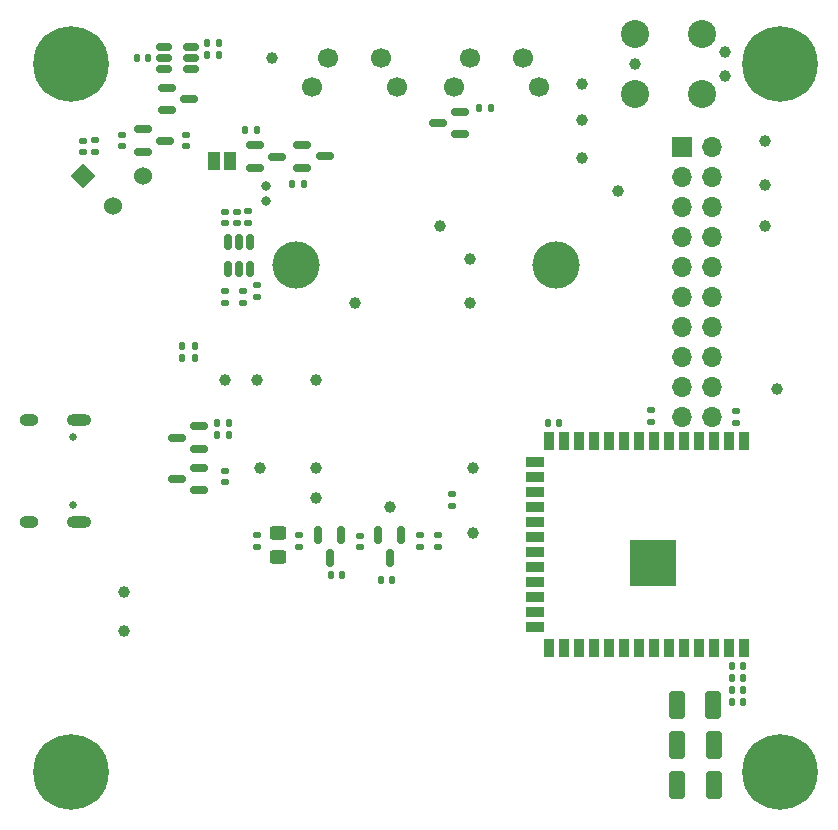
<source format=gbs>
%TF.GenerationSoftware,KiCad,Pcbnew,(7.0.0)*%
%TF.CreationDate,2023-03-19T17:01:15-07:00*%
%TF.ProjectId,ai-camera-rev2,61692d63-616d-4657-9261-2d726576322e,rev2*%
%TF.SameCoordinates,PX5a995c0PY2aea540*%
%TF.FileFunction,Soldermask,Bot*%
%TF.FilePolarity,Negative*%
%FSLAX46Y46*%
G04 Gerber Fmt 4.6, Leading zero omitted, Abs format (unit mm)*
G04 Created by KiCad (PCBNEW (7.0.0)) date 2023-03-19 17:01:15*
%MOMM*%
%LPD*%
G01*
G04 APERTURE LIST*
G04 Aperture macros list*
%AMRoundRect*
0 Rectangle with rounded corners*
0 $1 Rounding radius*
0 $2 $3 $4 $5 $6 $7 $8 $9 X,Y pos of 4 corners*
0 Add a 4 corners polygon primitive as box body*
4,1,4,$2,$3,$4,$5,$6,$7,$8,$9,$2,$3,0*
0 Add four circle primitives for the rounded corners*
1,1,$1+$1,$2,$3*
1,1,$1+$1,$4,$5*
1,1,$1+$1,$6,$7*
1,1,$1+$1,$8,$9*
0 Add four rect primitives between the rounded corners*
20,1,$1+$1,$2,$3,$4,$5,0*
20,1,$1+$1,$4,$5,$6,$7,0*
20,1,$1+$1,$6,$7,$8,$9,0*
20,1,$1+$1,$8,$9,$2,$3,0*%
%AMRotRect*
0 Rectangle, with rotation*
0 The origin of the aperture is its center*
0 $1 length*
0 $2 width*
0 $3 Rotation angle, in degrees counterclockwise*
0 Add horizontal line*
21,1,$1,$2,0,0,$3*%
G04 Aperture macros list end*
%ADD10C,3.600000*%
%ADD11C,6.400000*%
%ADD12C,4.000000*%
%ADD13C,1.700000*%
%ADD14C,0.800000*%
%ADD15RotRect,1.524000X1.524000X45.000000*%
%ADD16C,1.524000*%
%ADD17R,1.700000X1.700000*%
%ADD18O,1.700000X1.700000*%
%ADD19C,0.650000*%
%ADD20O,2.100000X1.000000*%
%ADD21O,1.600000X1.000000*%
%ADD22C,2.374900*%
%ADD23C,0.990600*%
%ADD24RoundRect,0.150000X-0.587500X-0.150000X0.587500X-0.150000X0.587500X0.150000X-0.587500X0.150000X0*%
%ADD25RoundRect,0.250000X0.412500X0.925000X-0.412500X0.925000X-0.412500X-0.925000X0.412500X-0.925000X0*%
%ADD26C,1.000000*%
%ADD27RoundRect,0.135000X0.135000X0.185000X-0.135000X0.185000X-0.135000X-0.185000X0.135000X-0.185000X0*%
%ADD28RoundRect,0.140000X0.170000X-0.140000X0.170000X0.140000X-0.170000X0.140000X-0.170000X-0.140000X0*%
%ADD29R,0.900000X1.500000*%
%ADD30R,1.500000X0.900000*%
%ADD31C,0.600000*%
%ADD32R,3.900000X3.900000*%
%ADD33RoundRect,0.135000X-0.185000X0.135000X-0.185000X-0.135000X0.185000X-0.135000X0.185000X0.135000X0*%
%ADD34RoundRect,0.140000X-0.140000X-0.170000X0.140000X-0.170000X0.140000X0.170000X-0.140000X0.170000X0*%
%ADD35RoundRect,0.150000X0.587500X0.150000X-0.587500X0.150000X-0.587500X-0.150000X0.587500X-0.150000X0*%
%ADD36RoundRect,0.140000X-0.170000X0.140000X-0.170000X-0.140000X0.170000X-0.140000X0.170000X0.140000X0*%
%ADD37RoundRect,0.140000X0.140000X0.170000X-0.140000X0.170000X-0.140000X-0.170000X0.140000X-0.170000X0*%
%ADD38RoundRect,0.150000X-0.150000X0.587500X-0.150000X-0.587500X0.150000X-0.587500X0.150000X0.587500X0*%
%ADD39RoundRect,0.135000X-0.135000X-0.185000X0.135000X-0.185000X0.135000X0.185000X-0.135000X0.185000X0*%
%ADD40R,1.000000X1.500000*%
%ADD41RoundRect,0.150000X0.512500X0.150000X-0.512500X0.150000X-0.512500X-0.150000X0.512500X-0.150000X0*%
%ADD42RoundRect,0.135000X0.185000X-0.135000X0.185000X0.135000X-0.185000X0.135000X-0.185000X-0.135000X0*%
%ADD43RoundRect,0.150000X-0.150000X0.512500X-0.150000X-0.512500X0.150000X-0.512500X0.150000X0.512500X0*%
%ADD44RoundRect,0.250000X0.450000X-0.325000X0.450000X0.325000X-0.450000X0.325000X-0.450000X-0.325000X0*%
G04 APERTURE END LIST*
D10*
X5000000Y-65000000D03*
D11*
X5000000Y-65000000D03*
D10*
X5000000Y-5000000D03*
D11*
X5000000Y-5000000D03*
D12*
X24000000Y-22000000D03*
X46000000Y-22000000D03*
D13*
X44600000Y-7000000D03*
X37400000Y-7000000D03*
X43250000Y-4500000D03*
X38750000Y-4500000D03*
X32600000Y-7000000D03*
X25400000Y-7000000D03*
X31250000Y-4500000D03*
X26750000Y-4500000D03*
D14*
X21500000Y-16625000D03*
X21500000Y-15375000D03*
D15*
X5959999Y-14499999D03*
D16*
X8500000Y-17040000D03*
X11040000Y-14500000D03*
D10*
X65000000Y-5000000D03*
D11*
X65000000Y-5000000D03*
D17*
X56724999Y-12074999D03*
D18*
X59264999Y-12074999D03*
X56724999Y-14614999D03*
X59264999Y-14614999D03*
X56724999Y-17154999D03*
X59264999Y-17154999D03*
X56724999Y-19694999D03*
X59264999Y-19694999D03*
X56724999Y-22234999D03*
X59264999Y-22234999D03*
X56724999Y-24774999D03*
X59264999Y-24774999D03*
X56724999Y-27314999D03*
X59264999Y-27314999D03*
X56724999Y-29854999D03*
X59264999Y-29854999D03*
X56724999Y-32394999D03*
X59264999Y-32394999D03*
X56724999Y-34934999D03*
X59264999Y-34934999D03*
D19*
X5100000Y-36610000D03*
X5100000Y-42390000D03*
D20*
X5629999Y-35179999D03*
D21*
X1449999Y-35179999D03*
D20*
X5629999Y-43819999D03*
D21*
X1449999Y-43819999D03*
D10*
X65000000Y-65000000D03*
D11*
X65000000Y-65000000D03*
D22*
X52690000Y-2460000D03*
D23*
X52690000Y-5000000D03*
D22*
X52690000Y-7540000D03*
X58405000Y-2460000D03*
X58405000Y-7540000D03*
D23*
X60310000Y-3984000D03*
X60310000Y-6016000D03*
D24*
X20562500Y-13810000D03*
X20562500Y-11910000D03*
X22437500Y-12860000D03*
D25*
X59375000Y-62637500D03*
X56300000Y-62637500D03*
D26*
X25750000Y-31750000D03*
D27*
X15430000Y-28870000D03*
X14410000Y-28870000D03*
D26*
X9500000Y-53000000D03*
D28*
X61250000Y-35390000D03*
X61250000Y-34430000D03*
D29*
X61979999Y-54479999D03*
X60709999Y-54479999D03*
X59439999Y-54479999D03*
X58169999Y-54479999D03*
X56899999Y-54479999D03*
X55629999Y-54479999D03*
X54359999Y-54479999D03*
X53089999Y-54479999D03*
X51819999Y-54479999D03*
X50549999Y-54479999D03*
X49279999Y-54479999D03*
X48009999Y-54479999D03*
X46739999Y-54479999D03*
X45469999Y-54479999D03*
D30*
X44219999Y-52714999D03*
X44219999Y-51444999D03*
X44219999Y-50174999D03*
X44219999Y-48904999D03*
X44219999Y-47634999D03*
X44219999Y-46364999D03*
X44219999Y-45094999D03*
X44219999Y-43824999D03*
X44219999Y-42554999D03*
X44219999Y-41284999D03*
X44219999Y-40014999D03*
X44219999Y-38744999D03*
D29*
X45469999Y-36979999D03*
X46739999Y-36979999D03*
X48009999Y-36979999D03*
X49279999Y-36979999D03*
X50549999Y-36979999D03*
X51819999Y-36979999D03*
X53089999Y-36979999D03*
X54359999Y-36979999D03*
X55629999Y-36979999D03*
X56899999Y-36979999D03*
X58169999Y-36979999D03*
X59439999Y-36979999D03*
X60709999Y-36979999D03*
X61979999Y-36979999D03*
D31*
X53560000Y-48630000D03*
X54960000Y-48630000D03*
X52860000Y-47930000D03*
X54260000Y-47930000D03*
X55660000Y-47930000D03*
X53560000Y-47230000D03*
D32*
X54259999Y-47229999D03*
D31*
X54960000Y-47230000D03*
X52860000Y-46530000D03*
X54260000Y-46530000D03*
X55660000Y-46530000D03*
X53560000Y-45830000D03*
X54960000Y-45830000D03*
D26*
X25750000Y-39250000D03*
D28*
X18000000Y-18480000D03*
X18000000Y-17520000D03*
X19500000Y-25230000D03*
X19500000Y-24270000D03*
X37236400Y-42418000D03*
X37236400Y-41458000D03*
D26*
X39000000Y-39250000D03*
D33*
X20000000Y-17490000D03*
X20000000Y-18510000D03*
D26*
X51250000Y-15750000D03*
D28*
X14750000Y-11980000D03*
X14750000Y-11020000D03*
X18000000Y-25230000D03*
X18000000Y-24270000D03*
D34*
X60895000Y-56975000D03*
X61855000Y-56975000D03*
D35*
X15837500Y-39210000D03*
X15837500Y-41110000D03*
X13962500Y-40160000D03*
D28*
X6000000Y-12480000D03*
X6000000Y-11520000D03*
D36*
X29413200Y-44941900D03*
X29413200Y-45901900D03*
D27*
X40510000Y-8750000D03*
X39490000Y-8750000D03*
D37*
X11500000Y-4500000D03*
X10540000Y-4500000D03*
D25*
X59387500Y-66050000D03*
X56312500Y-66050000D03*
D26*
X22000000Y-4500000D03*
D38*
X31940200Y-46809900D03*
X32890200Y-44934900D03*
X30990200Y-44934900D03*
D26*
X48250000Y-6750000D03*
X63750000Y-11500000D03*
D37*
X46300000Y-35440000D03*
X45340000Y-35440000D03*
D28*
X20726400Y-45878800D03*
X20726400Y-44918800D03*
D27*
X17510000Y-3250000D03*
X16490000Y-3250000D03*
D39*
X19740000Y-10570000D03*
X20760000Y-10570000D03*
D28*
X20750000Y-24730000D03*
X20750000Y-23770000D03*
D24*
X11062500Y-12450000D03*
X11062500Y-10550000D03*
X12937500Y-11500000D03*
D34*
X60895000Y-55975000D03*
X61855000Y-55975000D03*
D26*
X9500000Y-49750000D03*
D40*
X17099999Y-13249999D03*
X18399999Y-13249999D03*
D24*
X13062500Y-8950000D03*
X13062500Y-7050000D03*
X14937500Y-8000000D03*
D41*
X15137500Y-3550000D03*
X15137500Y-4500000D03*
X15137500Y-5450000D03*
X12862500Y-5450000D03*
X12862500Y-4500000D03*
X12862500Y-3550000D03*
D27*
X17510000Y-4250000D03*
X16490000Y-4250000D03*
D26*
X64750000Y-32500000D03*
D36*
X24282400Y-44918800D03*
X24282400Y-45878800D03*
D26*
X36250000Y-18750000D03*
X18000000Y-31750000D03*
D39*
X17310000Y-36460000D03*
X18330000Y-36460000D03*
D42*
X7000000Y-12510000D03*
X7000000Y-11490000D03*
D27*
X18330000Y-35450000D03*
X17310000Y-35450000D03*
D34*
X60920000Y-59000000D03*
X61880000Y-59000000D03*
X31206200Y-48666400D03*
X32166200Y-48666400D03*
D26*
X63750000Y-15250000D03*
D36*
X9250000Y-11020000D03*
X9250000Y-11980000D03*
X54102000Y-34346000D03*
X54102000Y-35306000D03*
D34*
X60895000Y-58000000D03*
X61855000Y-58000000D03*
X26952000Y-48260000D03*
X27912000Y-48260000D03*
D26*
X38750000Y-21500000D03*
X29000000Y-25250000D03*
D28*
X19000000Y-18480000D03*
X19000000Y-17520000D03*
D25*
X59362500Y-59250000D03*
X56287500Y-59250000D03*
D43*
X18250000Y-20062500D03*
X19200000Y-20062500D03*
X20150000Y-20062500D03*
X20150000Y-22337500D03*
X19200000Y-22337500D03*
X18250000Y-22337500D03*
D35*
X37937500Y-9050000D03*
X37937500Y-10950000D03*
X36062500Y-10000000D03*
D44*
X22504400Y-46795800D03*
X22504400Y-44745800D03*
D26*
X63750000Y-18750000D03*
X25750000Y-41750000D03*
X20750000Y-31750000D03*
D36*
X34512200Y-44932900D03*
X34512200Y-45892900D03*
D26*
X48250000Y-9750000D03*
D27*
X24740000Y-15150000D03*
X23720000Y-15150000D03*
D26*
X39000000Y-44750000D03*
D36*
X18000000Y-39480000D03*
X18000000Y-40440000D03*
X36068000Y-44935200D03*
X36068000Y-45895200D03*
D38*
X25923200Y-44934900D03*
X27823200Y-44934900D03*
X26873200Y-46809900D03*
D24*
X24562500Y-13800000D03*
X24562500Y-11900000D03*
X26437500Y-12850000D03*
D26*
X48250000Y-13000000D03*
X21000000Y-39250000D03*
X38750000Y-25250000D03*
D39*
X14410000Y-29880000D03*
X15430000Y-29880000D03*
D26*
X32000000Y-42500000D03*
D35*
X15837500Y-35700000D03*
X15837500Y-37600000D03*
X13962500Y-36650000D03*
M02*

</source>
